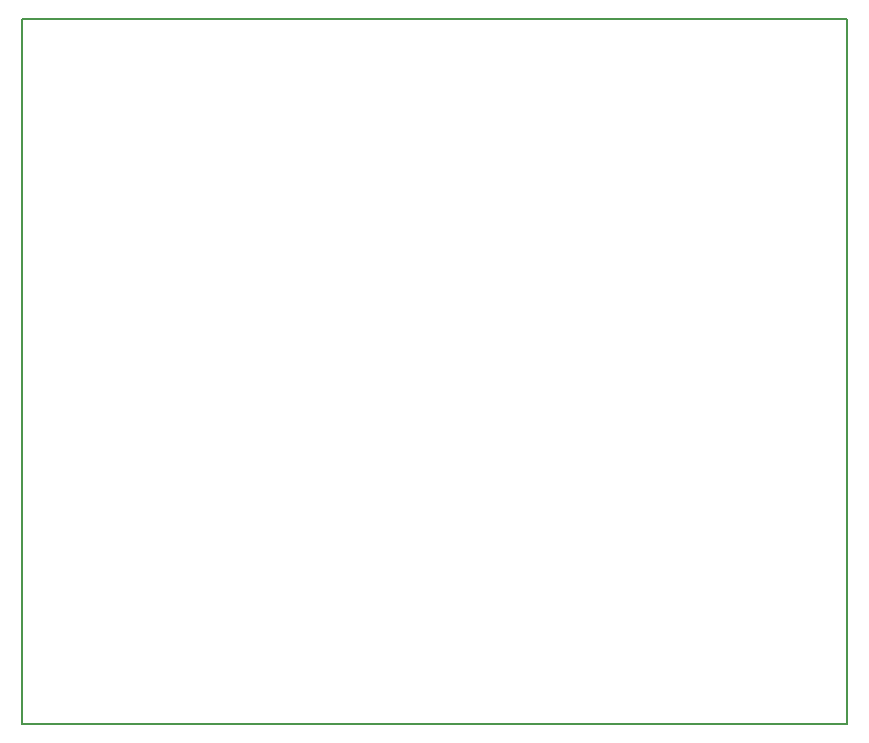
<source format=gbo>
G75*
%MOIN*%
%OFA0B0*%
%FSLAX25Y25*%
%IPPOS*%
%LPD*%
%AMOC8*
5,1,8,0,0,1.08239X$1,22.5*
%
%ADD10C,0.00800*%
D10*
X0001500Y0001500D02*
X0276500Y0001500D01*
X0276500Y0236500D01*
X0001500Y0236500D01*
X0001500Y0001500D01*
M02*

</source>
